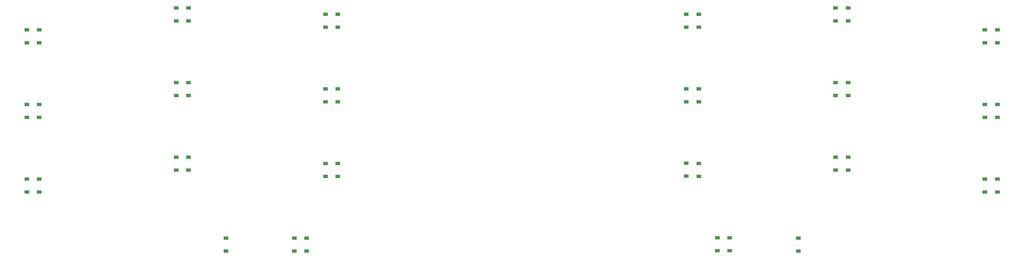
<source format=gbr>
G04 #@! TF.GenerationSoftware,KiCad,Pcbnew,(5.1.4)-1*
G04 #@! TF.CreationDate,2023-05-20T17:31:51-04:00*
G04 #@! TF.ProjectId,Corne Integrated Microchip,436f726e-6520-4496-9e74-656772617465,rev?*
G04 #@! TF.SameCoordinates,Original*
G04 #@! TF.FileFunction,Paste,Bot*
G04 #@! TF.FilePolarity,Positive*
%FSLAX46Y46*%
G04 Gerber Fmt 4.6, Leading zero omitted, Abs format (unit mm)*
G04 Created by KiCad (PCBNEW (5.1.4)-1) date 2023-05-20 17:31:51*
%MOMM*%
%LPD*%
G04 APERTURE LIST*
%ADD10R,1.200000X0.900000*%
G04 APERTURE END LIST*
D10*
X222250000Y-109537500D03*
X222250000Y-112837500D03*
X204787500Y-109475000D03*
X204787500Y-112775000D03*
X201612500Y-109475000D03*
X201612500Y-112775000D03*
X273050000Y-94456250D03*
X273050000Y-97756250D03*
X269875000Y-94456250D03*
X269875000Y-97756250D03*
X234950000Y-88900000D03*
X234950000Y-92200000D03*
X231775000Y-88900000D03*
X231775000Y-92200000D03*
X196850000Y-90487500D03*
X196850000Y-93787500D03*
X193675000Y-90425000D03*
X193675000Y-93725000D03*
X273050000Y-75406250D03*
X273050000Y-78706250D03*
X269875000Y-75406250D03*
X269875000Y-78706250D03*
X234950000Y-69850000D03*
X234950000Y-73150000D03*
X231775000Y-69850000D03*
X231775000Y-73150000D03*
X196850000Y-71437500D03*
X196850000Y-74737500D03*
X193675000Y-71437500D03*
X193675000Y-74737500D03*
X273050000Y-56356250D03*
X273050000Y-59656250D03*
X269875000Y-56356250D03*
X269875000Y-59656250D03*
X234950000Y-50737500D03*
X234950000Y-54037500D03*
X231775000Y-50737500D03*
X231775000Y-54037500D03*
X196850000Y-52387500D03*
X196850000Y-55687500D03*
X193675000Y-52387500D03*
X193675000Y-55687500D03*
X96837500Y-109537500D03*
X96837500Y-112837500D03*
X93662500Y-109537500D03*
X93662500Y-112837500D03*
X76200000Y-109537500D03*
X76200000Y-112837500D03*
X104775000Y-90487500D03*
X104775000Y-93787500D03*
X101600000Y-90487500D03*
X101600000Y-93787500D03*
X66675000Y-88900000D03*
X66675000Y-92200000D03*
X63500000Y-88900000D03*
X63500000Y-92200000D03*
X28575000Y-94456250D03*
X28575000Y-97756250D03*
X25400000Y-94456250D03*
X25400000Y-97756250D03*
X104775000Y-71437500D03*
X104775000Y-74737500D03*
X101600000Y-71437500D03*
X101600000Y-74737500D03*
X66675000Y-69850000D03*
X66675000Y-73150000D03*
X63500000Y-69850000D03*
X63500000Y-73150000D03*
X28575000Y-75406250D03*
X28575000Y-78706250D03*
X25400000Y-75406250D03*
X25400000Y-78706250D03*
X104775000Y-52387500D03*
X104775000Y-55687500D03*
X101600000Y-52387500D03*
X101600000Y-55687500D03*
X66675000Y-50800000D03*
X66675000Y-54100000D03*
X63500000Y-50800000D03*
X63500000Y-54100000D03*
X28575000Y-56356250D03*
X28575000Y-59656250D03*
X25400000Y-56356250D03*
X25400000Y-59656250D03*
M02*

</source>
